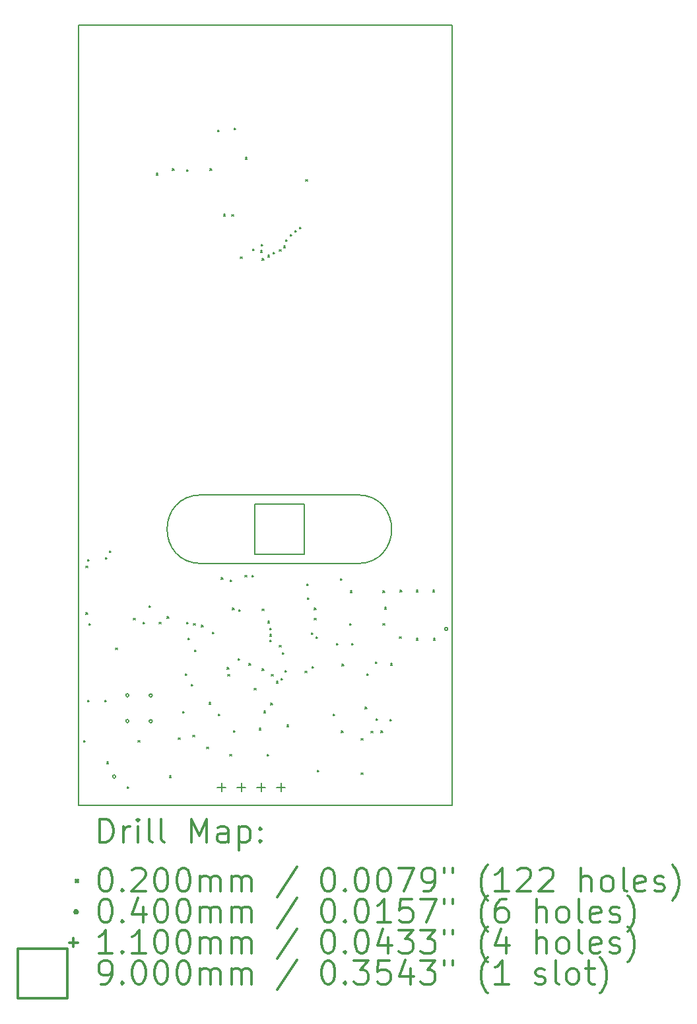
<source format=gbr>
%FSLAX45Y45*%
G04 Gerber Fmt 4.5, Leading zero omitted, Abs format (unit mm)*
G04 Created by KiCad (PCBNEW (5.1.12)-1) date 2022-09-28 13:00:42*
%MOMM*%
%LPD*%
G01*
G04 APERTURE LIST*
%TA.AperFunction,Profile*%
%ADD10C,0.150000*%
%TD*%
%ADD11C,0.200000*%
%ADD12C,0.300000*%
G04 APERTURE END LIST*
D10*
X26400000Y-13640000D02*
X21600000Y-13640000D01*
X26400000Y-3640000D02*
X26400000Y-13640000D01*
X21600000Y-3640000D02*
X26400000Y-3640000D01*
X21600000Y-13640000D02*
X21600000Y-3640000D01*
D11*
X21670000Y-12810000D02*
X21690000Y-12830000D01*
X21690000Y-12810000D02*
X21670000Y-12830000D01*
X21700000Y-10570000D02*
X21720000Y-10590000D01*
X21720000Y-10570000D02*
X21700000Y-10590000D01*
X21700000Y-11170000D02*
X21720000Y-11190000D01*
X21720000Y-11170000D02*
X21700000Y-11190000D01*
X21720000Y-10490000D02*
X21740000Y-10510000D01*
X21740000Y-10490000D02*
X21720000Y-10510000D01*
X21720000Y-12290000D02*
X21740000Y-12310000D01*
X21740000Y-12290000D02*
X21720000Y-12310000D01*
X21737500Y-11307500D02*
X21757500Y-11327500D01*
X21757500Y-11307500D02*
X21737500Y-11327500D01*
X21940000Y-12290000D02*
X21960000Y-12310000D01*
X21960000Y-12290000D02*
X21940000Y-12310000D01*
X21950000Y-10460000D02*
X21970000Y-10480000D01*
X21970000Y-10460000D02*
X21950000Y-10480000D01*
X21967500Y-13082500D02*
X21987500Y-13102500D01*
X21987500Y-13082500D02*
X21967500Y-13102500D01*
X22000000Y-10380000D02*
X22020000Y-10400000D01*
X22020000Y-10380000D02*
X22000000Y-10400000D01*
X22080000Y-11620000D02*
X22100000Y-11640000D01*
X22100000Y-11620000D02*
X22080000Y-11640000D01*
X22230000Y-13400000D02*
X22250000Y-13420000D01*
X22250000Y-13400000D02*
X22230000Y-13420000D01*
X22310000Y-11240000D02*
X22330000Y-11260000D01*
X22330000Y-11240000D02*
X22310000Y-11260000D01*
X22370000Y-12810000D02*
X22390000Y-12830000D01*
X22390000Y-12810000D02*
X22370000Y-12830000D01*
X22430000Y-11290000D02*
X22450000Y-11310000D01*
X22450000Y-11290000D02*
X22430000Y-11310000D01*
X22510000Y-11080000D02*
X22530000Y-11100000D01*
X22530000Y-11080000D02*
X22510000Y-11100000D01*
X22600000Y-5540000D02*
X22620000Y-5560000D01*
X22620000Y-5540000D02*
X22600000Y-5560000D01*
X22640000Y-11290000D02*
X22660000Y-11310000D01*
X22660000Y-11290000D02*
X22640000Y-11310000D01*
X22740000Y-11220000D02*
X22760000Y-11240000D01*
X22760000Y-11220000D02*
X22740000Y-11240000D01*
X22770000Y-13260000D02*
X22790000Y-13280000D01*
X22790000Y-13260000D02*
X22770000Y-13280000D01*
X22810000Y-5480000D02*
X22830000Y-5500000D01*
X22830000Y-5480000D02*
X22810000Y-5500000D01*
X22885000Y-12775000D02*
X22905000Y-12795000D01*
X22905000Y-12775000D02*
X22885000Y-12795000D01*
X22940000Y-12434350D02*
X22960000Y-12454350D01*
X22960000Y-12434350D02*
X22940000Y-12454350D01*
X22975000Y-11955000D02*
X22995000Y-11975000D01*
X22995000Y-11955000D02*
X22975000Y-11975000D01*
X22990000Y-5490000D02*
X23010000Y-5510000D01*
X23010000Y-5490000D02*
X22990000Y-5510000D01*
X22990000Y-11290000D02*
X23010000Y-11310000D01*
X23010000Y-11290000D02*
X22990000Y-11310000D01*
X23010000Y-11497499D02*
X23030000Y-11517499D01*
X23030000Y-11497499D02*
X23010000Y-11517499D01*
X23050000Y-12090000D02*
X23070000Y-12110000D01*
X23070000Y-12090000D02*
X23050000Y-12110000D01*
X23070000Y-12740000D02*
X23090000Y-12760000D01*
X23090000Y-12740000D02*
X23070000Y-12760000D01*
X23080000Y-11310000D02*
X23100000Y-11330000D01*
X23100000Y-11310000D02*
X23080000Y-11330000D01*
X23090000Y-11650000D02*
X23110000Y-11670000D01*
X23110000Y-11650000D02*
X23090000Y-11670000D01*
X23180000Y-11330000D02*
X23200000Y-11350000D01*
X23200000Y-11330000D02*
X23180000Y-11350000D01*
X23250000Y-12890000D02*
X23270000Y-12910000D01*
X23270000Y-12890000D02*
X23250000Y-12910000D01*
X23280000Y-12320000D02*
X23300000Y-12340000D01*
X23300000Y-12320000D02*
X23280000Y-12340000D01*
X23290000Y-5480000D02*
X23310000Y-5500000D01*
X23310000Y-5480000D02*
X23290000Y-5500000D01*
X23320000Y-11420000D02*
X23340000Y-11440000D01*
X23340000Y-11420000D02*
X23320000Y-11440000D01*
X23386500Y-4986500D02*
X23406500Y-5006500D01*
X23406500Y-4986500D02*
X23386500Y-5006500D01*
X23400000Y-12470000D02*
X23420000Y-12490000D01*
X23420000Y-12470000D02*
X23400000Y-12490000D01*
X23435650Y-10720000D02*
X23455650Y-10740000D01*
X23455650Y-10720000D02*
X23435650Y-10740000D01*
X23465000Y-6065000D02*
X23485000Y-6085000D01*
X23485000Y-6065000D02*
X23465000Y-6085000D01*
X23511655Y-11871655D02*
X23531655Y-11891655D01*
X23531655Y-11871655D02*
X23511655Y-11891655D01*
X23520000Y-11960000D02*
X23540000Y-11980000D01*
X23540000Y-11960000D02*
X23520000Y-11980000D01*
X23545000Y-12985000D02*
X23565000Y-13005000D01*
X23565000Y-12985000D02*
X23545000Y-13005000D01*
X23550000Y-10750000D02*
X23570000Y-10770000D01*
X23570000Y-10750000D02*
X23550000Y-10770000D01*
X23570000Y-6069999D02*
X23590000Y-6089999D01*
X23590000Y-6069999D02*
X23570000Y-6089999D01*
X23580000Y-11110000D02*
X23600000Y-11130000D01*
X23600000Y-11110000D02*
X23580000Y-11130000D01*
X23590000Y-12680000D02*
X23610000Y-12700000D01*
X23610000Y-12680000D02*
X23590000Y-12700000D01*
X23600000Y-4960000D02*
X23620000Y-4980000D01*
X23620000Y-4960000D02*
X23600000Y-4980000D01*
X23650000Y-11760000D02*
X23670000Y-11780000D01*
X23670000Y-11760000D02*
X23650000Y-11780000D01*
X23660000Y-11130000D02*
X23680000Y-11150000D01*
X23680000Y-11130000D02*
X23660000Y-11150000D01*
X23680000Y-6610000D02*
X23700000Y-6630000D01*
X23700000Y-6610000D02*
X23680000Y-6630000D01*
X23740000Y-10690000D02*
X23760000Y-10710000D01*
X23760000Y-10690000D02*
X23740000Y-10710000D01*
X23745000Y-5335000D02*
X23765000Y-5355000D01*
X23765000Y-5335000D02*
X23745000Y-5355000D01*
X23790000Y-11820000D02*
X23810000Y-11840000D01*
X23810000Y-11820000D02*
X23790000Y-11840000D01*
X23830000Y-10690000D02*
X23850000Y-10710000D01*
X23850000Y-10690000D02*
X23830000Y-10710000D01*
X23840000Y-6510000D02*
X23860000Y-6530000D01*
X23860000Y-6510000D02*
X23840000Y-6530000D01*
X23860000Y-12140000D02*
X23880000Y-12160000D01*
X23880000Y-12140000D02*
X23860000Y-12160000D01*
X23920000Y-12650000D02*
X23940000Y-12670000D01*
X23940000Y-12650000D02*
X23920000Y-12670000D01*
X23940000Y-6530000D02*
X23960000Y-6550000D01*
X23960000Y-6530000D02*
X23940000Y-6550000D01*
X23950000Y-6450000D02*
X23970000Y-6470000D01*
X23970000Y-6450000D02*
X23950000Y-6470000D01*
X23960000Y-11120000D02*
X23980000Y-11140000D01*
X23980000Y-11120000D02*
X23960000Y-11140000D01*
X23960000Y-11890000D02*
X23980000Y-11910000D01*
X23980000Y-11890000D02*
X23960000Y-11910000D01*
X23960001Y-6630000D02*
X23980001Y-6650000D01*
X23980001Y-6630000D02*
X23960001Y-6650000D01*
X23980000Y-12430000D02*
X24000000Y-12450000D01*
X24000000Y-12430000D02*
X23980000Y-12450000D01*
X24025000Y-12985000D02*
X24045000Y-13005000D01*
X24045000Y-12985000D02*
X24025000Y-13005000D01*
X24030000Y-6590000D02*
X24050000Y-6610000D01*
X24050000Y-6590000D02*
X24030000Y-6610000D01*
X24030000Y-11280000D02*
X24050000Y-11300000D01*
X24050000Y-11280000D02*
X24030000Y-11300000D01*
X24060000Y-11370000D02*
X24080000Y-11390000D01*
X24080000Y-11370000D02*
X24060000Y-11390000D01*
X24060000Y-11450000D02*
X24080000Y-11470000D01*
X24080000Y-11450000D02*
X24060000Y-11470000D01*
X24060000Y-11520000D02*
X24080000Y-11540000D01*
X24080000Y-11520000D02*
X24060000Y-11540000D01*
X24070000Y-12330000D02*
X24090000Y-12350000D01*
X24090000Y-12330000D02*
X24070000Y-12350000D01*
X24080000Y-11960000D02*
X24100000Y-11980000D01*
X24100000Y-11960000D02*
X24080000Y-11980000D01*
X24100000Y-6550000D02*
X24120000Y-6570000D01*
X24120000Y-6550000D02*
X24100000Y-6570000D01*
X24140000Y-12050000D02*
X24160000Y-12070000D01*
X24160000Y-12050000D02*
X24140000Y-12070000D01*
X24180000Y-11590000D02*
X24200000Y-11610000D01*
X24200000Y-11590000D02*
X24180000Y-11610000D01*
X24181451Y-6519130D02*
X24201451Y-6539130D01*
X24201451Y-6519130D02*
X24181451Y-6539130D01*
X24200000Y-12010000D02*
X24220000Y-12030000D01*
X24220000Y-12010000D02*
X24200000Y-12030000D01*
X24220000Y-11680000D02*
X24240000Y-11700000D01*
X24240000Y-11680000D02*
X24220000Y-11700000D01*
X24237499Y-6470000D02*
X24257499Y-6490000D01*
X24257499Y-6470000D02*
X24237499Y-6490000D01*
X24252501Y-11910000D02*
X24272501Y-11930000D01*
X24272501Y-11910000D02*
X24252501Y-11930000D01*
X24260000Y-6390000D02*
X24280000Y-6410000D01*
X24280000Y-6390000D02*
X24260000Y-6410000D01*
X24280000Y-12610000D02*
X24300000Y-12630000D01*
X24300000Y-12610000D02*
X24280000Y-12630000D01*
X24320000Y-6320000D02*
X24340000Y-6340000D01*
X24340000Y-6320000D02*
X24320000Y-6340000D01*
X24380000Y-6270000D02*
X24400000Y-6290000D01*
X24400000Y-6270000D02*
X24380000Y-6290000D01*
X24440000Y-6230000D02*
X24460000Y-6250000D01*
X24460000Y-6230000D02*
X24440000Y-6250000D01*
X24510000Y-11920000D02*
X24530000Y-11940000D01*
X24530000Y-11920000D02*
X24510000Y-11940000D01*
X24520000Y-5620000D02*
X24540000Y-5640000D01*
X24540000Y-5620000D02*
X24520000Y-5640000D01*
X24530000Y-10798750D02*
X24550000Y-10818750D01*
X24550000Y-10798750D02*
X24530000Y-10818750D01*
X24538750Y-10981250D02*
X24558750Y-11001250D01*
X24558750Y-10981250D02*
X24538750Y-11001250D01*
X24590000Y-11430000D02*
X24610000Y-11450000D01*
X24610000Y-11430000D02*
X24590000Y-11450000D01*
X24600000Y-11860000D02*
X24620000Y-11880000D01*
X24620000Y-11860000D02*
X24600000Y-11880000D01*
X24630000Y-11110000D02*
X24650000Y-11130000D01*
X24650000Y-11110000D02*
X24630000Y-11130000D01*
X24630000Y-11240000D02*
X24650000Y-11260000D01*
X24650000Y-11240000D02*
X24630000Y-11260000D01*
X24650000Y-11480000D02*
X24670000Y-11500000D01*
X24670000Y-11480000D02*
X24650000Y-11500000D01*
X24670000Y-13190000D02*
X24690000Y-13210000D01*
X24690000Y-13190000D02*
X24670000Y-13210000D01*
X24870000Y-12470000D02*
X24890000Y-12490000D01*
X24890000Y-12470000D02*
X24870000Y-12490000D01*
X24915000Y-11565000D02*
X24935000Y-11585000D01*
X24935000Y-11565000D02*
X24915000Y-11585000D01*
X24965000Y-10735000D02*
X24985000Y-10755000D01*
X24985000Y-10735000D02*
X24965000Y-10755000D01*
X24976000Y-12686000D02*
X24996000Y-12706000D01*
X24996000Y-12686000D02*
X24976000Y-12706000D01*
X24985000Y-11830000D02*
X25005000Y-11850000D01*
X25005000Y-11830000D02*
X24985000Y-11850000D01*
X25080000Y-11310000D02*
X25100000Y-11330000D01*
X25100000Y-11310000D02*
X25080000Y-11330000D01*
X25090000Y-10890000D02*
X25110000Y-10910000D01*
X25110000Y-10890000D02*
X25090000Y-10910000D01*
X25105000Y-11565000D02*
X25125000Y-11585000D01*
X25125000Y-11565000D02*
X25105000Y-11585000D01*
X25230000Y-12780000D02*
X25250000Y-12800000D01*
X25250000Y-12780000D02*
X25230000Y-12800000D01*
X25230000Y-13220000D02*
X25250000Y-13240000D01*
X25250000Y-13220000D02*
X25230000Y-13240000D01*
X25280000Y-12380000D02*
X25300000Y-12400000D01*
X25300000Y-12380000D02*
X25280000Y-12400000D01*
X25300000Y-11950000D02*
X25320000Y-11970000D01*
X25320000Y-11950000D02*
X25300000Y-11970000D01*
X25357000Y-12687000D02*
X25377000Y-12707000D01*
X25377000Y-12687000D02*
X25357000Y-12707000D01*
X25415000Y-11800000D02*
X25435000Y-11820000D01*
X25435000Y-11800000D02*
X25415000Y-11820000D01*
X25418750Y-12528750D02*
X25438750Y-12548750D01*
X25438750Y-12528750D02*
X25418750Y-12548750D01*
X25484000Y-12684000D02*
X25504000Y-12704000D01*
X25504000Y-12684000D02*
X25484000Y-12704000D01*
X25510000Y-10890000D02*
X25530000Y-10910000D01*
X25530000Y-10890000D02*
X25510000Y-10910000D01*
X25510000Y-11310000D02*
X25530000Y-11330000D01*
X25530000Y-11310000D02*
X25510000Y-11330000D01*
X25530000Y-11100000D02*
X25550000Y-11120000D01*
X25550000Y-11100000D02*
X25530000Y-11120000D01*
X25601250Y-12538750D02*
X25621250Y-12558750D01*
X25621250Y-12538750D02*
X25601250Y-12558750D01*
X25605000Y-11820000D02*
X25625000Y-11840000D01*
X25625000Y-11820000D02*
X25605000Y-11840000D01*
X25720000Y-11480000D02*
X25740000Y-11500000D01*
X25740000Y-11480000D02*
X25720000Y-11500000D01*
X25730000Y-10880000D02*
X25750000Y-10900000D01*
X25750000Y-10880000D02*
X25730000Y-10900000D01*
X25940000Y-10880000D02*
X25960000Y-10900000D01*
X25960000Y-10880000D02*
X25940000Y-10900000D01*
X25940000Y-11500000D02*
X25960000Y-11520000D01*
X25960000Y-11500000D02*
X25940000Y-11520000D01*
X26150000Y-10880000D02*
X26170000Y-10900000D01*
X26170000Y-10880000D02*
X26150000Y-10900000D01*
X26160000Y-11500000D02*
X26180000Y-11520000D01*
X26180000Y-11500000D02*
X26160000Y-11520000D01*
X22080000Y-13270000D02*
G75*
G03*
X22080000Y-13270000I-20000J0D01*
G01*
X22250000Y-12230000D02*
G75*
G03*
X22250000Y-12230000I-20000J0D01*
G01*
X22250000Y-12560000D02*
G75*
G03*
X22250000Y-12560000I-20000J0D01*
G01*
X22550000Y-12230000D02*
G75*
G03*
X22550000Y-12230000I-20000J0D01*
G01*
X22550000Y-12560000D02*
G75*
G03*
X22550000Y-12560000I-20000J0D01*
G01*
X26340000Y-11380000D02*
G75*
G03*
X26340000Y-11380000I-20000J0D01*
G01*
X23439000Y-13355000D02*
X23439000Y-13465000D01*
X23384000Y-13410000D02*
X23494000Y-13410000D01*
X23693000Y-13355000D02*
X23693000Y-13465000D01*
X23638000Y-13410000D02*
X23748000Y-13410000D01*
X23947000Y-13355000D02*
X23947000Y-13465000D01*
X23892000Y-13410000D02*
X24002000Y-13410000D01*
X24201000Y-13355000D02*
X24201000Y-13465000D01*
X24146000Y-13410000D02*
X24256000Y-13410000D01*
X24498201Y-10418201D02*
X24498201Y-9781799D01*
X23861799Y-9781799D01*
X23861799Y-10418201D01*
X24498201Y-10418201D01*
X23180000Y-10540000D02*
X25180000Y-10540000D01*
X23180000Y-9660000D02*
X25180000Y-9660000D01*
X25180000Y-10540000D02*
G75*
G03*
X25180000Y-9660000I0J440000D01*
G01*
X23180000Y-9660000D02*
G75*
G03*
X23180000Y-10540000I0J-440000D01*
G01*
D12*
X21878928Y-14113214D02*
X21878928Y-13813214D01*
X21950357Y-13813214D01*
X21993214Y-13827500D01*
X22021786Y-13856071D01*
X22036071Y-13884643D01*
X22050357Y-13941786D01*
X22050357Y-13984643D01*
X22036071Y-14041786D01*
X22021786Y-14070357D01*
X21993214Y-14098929D01*
X21950357Y-14113214D01*
X21878928Y-14113214D01*
X22178928Y-14113214D02*
X22178928Y-13913214D01*
X22178928Y-13970357D02*
X22193214Y-13941786D01*
X22207500Y-13927500D01*
X22236071Y-13913214D01*
X22264643Y-13913214D01*
X22364643Y-14113214D02*
X22364643Y-13913214D01*
X22364643Y-13813214D02*
X22350357Y-13827500D01*
X22364643Y-13841786D01*
X22378928Y-13827500D01*
X22364643Y-13813214D01*
X22364643Y-13841786D01*
X22550357Y-14113214D02*
X22521786Y-14098929D01*
X22507500Y-14070357D01*
X22507500Y-13813214D01*
X22707500Y-14113214D02*
X22678928Y-14098929D01*
X22664643Y-14070357D01*
X22664643Y-13813214D01*
X23050357Y-14113214D02*
X23050357Y-13813214D01*
X23150357Y-14027500D01*
X23250357Y-13813214D01*
X23250357Y-14113214D01*
X23521786Y-14113214D02*
X23521786Y-13956071D01*
X23507500Y-13927500D01*
X23478928Y-13913214D01*
X23421786Y-13913214D01*
X23393214Y-13927500D01*
X23521786Y-14098929D02*
X23493214Y-14113214D01*
X23421786Y-14113214D01*
X23393214Y-14098929D01*
X23378928Y-14070357D01*
X23378928Y-14041786D01*
X23393214Y-14013214D01*
X23421786Y-13998929D01*
X23493214Y-13998929D01*
X23521786Y-13984643D01*
X23664643Y-13913214D02*
X23664643Y-14213214D01*
X23664643Y-13927500D02*
X23693214Y-13913214D01*
X23750357Y-13913214D01*
X23778928Y-13927500D01*
X23793214Y-13941786D01*
X23807500Y-13970357D01*
X23807500Y-14056071D01*
X23793214Y-14084643D01*
X23778928Y-14098929D01*
X23750357Y-14113214D01*
X23693214Y-14113214D01*
X23664643Y-14098929D01*
X23936071Y-14084643D02*
X23950357Y-14098929D01*
X23936071Y-14113214D01*
X23921786Y-14098929D01*
X23936071Y-14084643D01*
X23936071Y-14113214D01*
X23936071Y-13927500D02*
X23950357Y-13941786D01*
X23936071Y-13956071D01*
X23921786Y-13941786D01*
X23936071Y-13927500D01*
X23936071Y-13956071D01*
X21572500Y-14597500D02*
X21592500Y-14617500D01*
X21592500Y-14597500D02*
X21572500Y-14617500D01*
X21936071Y-14443214D02*
X21964643Y-14443214D01*
X21993214Y-14457500D01*
X22007500Y-14471786D01*
X22021786Y-14500357D01*
X22036071Y-14557500D01*
X22036071Y-14628929D01*
X22021786Y-14686071D01*
X22007500Y-14714643D01*
X21993214Y-14728929D01*
X21964643Y-14743214D01*
X21936071Y-14743214D01*
X21907500Y-14728929D01*
X21893214Y-14714643D01*
X21878928Y-14686071D01*
X21864643Y-14628929D01*
X21864643Y-14557500D01*
X21878928Y-14500357D01*
X21893214Y-14471786D01*
X21907500Y-14457500D01*
X21936071Y-14443214D01*
X22164643Y-14714643D02*
X22178928Y-14728929D01*
X22164643Y-14743214D01*
X22150357Y-14728929D01*
X22164643Y-14714643D01*
X22164643Y-14743214D01*
X22293214Y-14471786D02*
X22307500Y-14457500D01*
X22336071Y-14443214D01*
X22407500Y-14443214D01*
X22436071Y-14457500D01*
X22450357Y-14471786D01*
X22464643Y-14500357D01*
X22464643Y-14528929D01*
X22450357Y-14571786D01*
X22278928Y-14743214D01*
X22464643Y-14743214D01*
X22650357Y-14443214D02*
X22678928Y-14443214D01*
X22707500Y-14457500D01*
X22721786Y-14471786D01*
X22736071Y-14500357D01*
X22750357Y-14557500D01*
X22750357Y-14628929D01*
X22736071Y-14686071D01*
X22721786Y-14714643D01*
X22707500Y-14728929D01*
X22678928Y-14743214D01*
X22650357Y-14743214D01*
X22621786Y-14728929D01*
X22607500Y-14714643D01*
X22593214Y-14686071D01*
X22578928Y-14628929D01*
X22578928Y-14557500D01*
X22593214Y-14500357D01*
X22607500Y-14471786D01*
X22621786Y-14457500D01*
X22650357Y-14443214D01*
X22936071Y-14443214D02*
X22964643Y-14443214D01*
X22993214Y-14457500D01*
X23007500Y-14471786D01*
X23021786Y-14500357D01*
X23036071Y-14557500D01*
X23036071Y-14628929D01*
X23021786Y-14686071D01*
X23007500Y-14714643D01*
X22993214Y-14728929D01*
X22964643Y-14743214D01*
X22936071Y-14743214D01*
X22907500Y-14728929D01*
X22893214Y-14714643D01*
X22878928Y-14686071D01*
X22864643Y-14628929D01*
X22864643Y-14557500D01*
X22878928Y-14500357D01*
X22893214Y-14471786D01*
X22907500Y-14457500D01*
X22936071Y-14443214D01*
X23164643Y-14743214D02*
X23164643Y-14543214D01*
X23164643Y-14571786D02*
X23178928Y-14557500D01*
X23207500Y-14543214D01*
X23250357Y-14543214D01*
X23278928Y-14557500D01*
X23293214Y-14586071D01*
X23293214Y-14743214D01*
X23293214Y-14586071D02*
X23307500Y-14557500D01*
X23336071Y-14543214D01*
X23378928Y-14543214D01*
X23407500Y-14557500D01*
X23421786Y-14586071D01*
X23421786Y-14743214D01*
X23564643Y-14743214D02*
X23564643Y-14543214D01*
X23564643Y-14571786D02*
X23578928Y-14557500D01*
X23607500Y-14543214D01*
X23650357Y-14543214D01*
X23678928Y-14557500D01*
X23693214Y-14586071D01*
X23693214Y-14743214D01*
X23693214Y-14586071D02*
X23707500Y-14557500D01*
X23736071Y-14543214D01*
X23778928Y-14543214D01*
X23807500Y-14557500D01*
X23821786Y-14586071D01*
X23821786Y-14743214D01*
X24407500Y-14428929D02*
X24150357Y-14814643D01*
X24793214Y-14443214D02*
X24821786Y-14443214D01*
X24850357Y-14457500D01*
X24864643Y-14471786D01*
X24878928Y-14500357D01*
X24893214Y-14557500D01*
X24893214Y-14628929D01*
X24878928Y-14686071D01*
X24864643Y-14714643D01*
X24850357Y-14728929D01*
X24821786Y-14743214D01*
X24793214Y-14743214D01*
X24764643Y-14728929D01*
X24750357Y-14714643D01*
X24736071Y-14686071D01*
X24721786Y-14628929D01*
X24721786Y-14557500D01*
X24736071Y-14500357D01*
X24750357Y-14471786D01*
X24764643Y-14457500D01*
X24793214Y-14443214D01*
X25021786Y-14714643D02*
X25036071Y-14728929D01*
X25021786Y-14743214D01*
X25007500Y-14728929D01*
X25021786Y-14714643D01*
X25021786Y-14743214D01*
X25221786Y-14443214D02*
X25250357Y-14443214D01*
X25278928Y-14457500D01*
X25293214Y-14471786D01*
X25307500Y-14500357D01*
X25321786Y-14557500D01*
X25321786Y-14628929D01*
X25307500Y-14686071D01*
X25293214Y-14714643D01*
X25278928Y-14728929D01*
X25250357Y-14743214D01*
X25221786Y-14743214D01*
X25193214Y-14728929D01*
X25178928Y-14714643D01*
X25164643Y-14686071D01*
X25150357Y-14628929D01*
X25150357Y-14557500D01*
X25164643Y-14500357D01*
X25178928Y-14471786D01*
X25193214Y-14457500D01*
X25221786Y-14443214D01*
X25507500Y-14443214D02*
X25536071Y-14443214D01*
X25564643Y-14457500D01*
X25578928Y-14471786D01*
X25593214Y-14500357D01*
X25607500Y-14557500D01*
X25607500Y-14628929D01*
X25593214Y-14686071D01*
X25578928Y-14714643D01*
X25564643Y-14728929D01*
X25536071Y-14743214D01*
X25507500Y-14743214D01*
X25478928Y-14728929D01*
X25464643Y-14714643D01*
X25450357Y-14686071D01*
X25436071Y-14628929D01*
X25436071Y-14557500D01*
X25450357Y-14500357D01*
X25464643Y-14471786D01*
X25478928Y-14457500D01*
X25507500Y-14443214D01*
X25707500Y-14443214D02*
X25907500Y-14443214D01*
X25778928Y-14743214D01*
X26036071Y-14743214D02*
X26093214Y-14743214D01*
X26121786Y-14728929D01*
X26136071Y-14714643D01*
X26164643Y-14671786D01*
X26178928Y-14614643D01*
X26178928Y-14500357D01*
X26164643Y-14471786D01*
X26150357Y-14457500D01*
X26121786Y-14443214D01*
X26064643Y-14443214D01*
X26036071Y-14457500D01*
X26021786Y-14471786D01*
X26007500Y-14500357D01*
X26007500Y-14571786D01*
X26021786Y-14600357D01*
X26036071Y-14614643D01*
X26064643Y-14628929D01*
X26121786Y-14628929D01*
X26150357Y-14614643D01*
X26164643Y-14600357D01*
X26178928Y-14571786D01*
X26293214Y-14443214D02*
X26293214Y-14500357D01*
X26407500Y-14443214D02*
X26407500Y-14500357D01*
X26850357Y-14857500D02*
X26836071Y-14843214D01*
X26807500Y-14800357D01*
X26793214Y-14771786D01*
X26778928Y-14728929D01*
X26764643Y-14657500D01*
X26764643Y-14600357D01*
X26778928Y-14528929D01*
X26793214Y-14486071D01*
X26807500Y-14457500D01*
X26836071Y-14414643D01*
X26850357Y-14400357D01*
X27121786Y-14743214D02*
X26950357Y-14743214D01*
X27036071Y-14743214D02*
X27036071Y-14443214D01*
X27007500Y-14486071D01*
X26978928Y-14514643D01*
X26950357Y-14528929D01*
X27236071Y-14471786D02*
X27250357Y-14457500D01*
X27278928Y-14443214D01*
X27350357Y-14443214D01*
X27378928Y-14457500D01*
X27393214Y-14471786D01*
X27407500Y-14500357D01*
X27407500Y-14528929D01*
X27393214Y-14571786D01*
X27221786Y-14743214D01*
X27407500Y-14743214D01*
X27521786Y-14471786D02*
X27536071Y-14457500D01*
X27564643Y-14443214D01*
X27636071Y-14443214D01*
X27664643Y-14457500D01*
X27678928Y-14471786D01*
X27693214Y-14500357D01*
X27693214Y-14528929D01*
X27678928Y-14571786D01*
X27507500Y-14743214D01*
X27693214Y-14743214D01*
X28050357Y-14743214D02*
X28050357Y-14443214D01*
X28178928Y-14743214D02*
X28178928Y-14586071D01*
X28164643Y-14557500D01*
X28136071Y-14543214D01*
X28093214Y-14543214D01*
X28064643Y-14557500D01*
X28050357Y-14571786D01*
X28364643Y-14743214D02*
X28336071Y-14728929D01*
X28321786Y-14714643D01*
X28307500Y-14686071D01*
X28307500Y-14600357D01*
X28321786Y-14571786D01*
X28336071Y-14557500D01*
X28364643Y-14543214D01*
X28407500Y-14543214D01*
X28436071Y-14557500D01*
X28450357Y-14571786D01*
X28464643Y-14600357D01*
X28464643Y-14686071D01*
X28450357Y-14714643D01*
X28436071Y-14728929D01*
X28407500Y-14743214D01*
X28364643Y-14743214D01*
X28636071Y-14743214D02*
X28607500Y-14728929D01*
X28593214Y-14700357D01*
X28593214Y-14443214D01*
X28864643Y-14728929D02*
X28836071Y-14743214D01*
X28778928Y-14743214D01*
X28750357Y-14728929D01*
X28736071Y-14700357D01*
X28736071Y-14586071D01*
X28750357Y-14557500D01*
X28778928Y-14543214D01*
X28836071Y-14543214D01*
X28864643Y-14557500D01*
X28878928Y-14586071D01*
X28878928Y-14614643D01*
X28736071Y-14643214D01*
X28993214Y-14728929D02*
X29021786Y-14743214D01*
X29078928Y-14743214D01*
X29107500Y-14728929D01*
X29121786Y-14700357D01*
X29121786Y-14686071D01*
X29107500Y-14657500D01*
X29078928Y-14643214D01*
X29036071Y-14643214D01*
X29007500Y-14628929D01*
X28993214Y-14600357D01*
X28993214Y-14586071D01*
X29007500Y-14557500D01*
X29036071Y-14543214D01*
X29078928Y-14543214D01*
X29107500Y-14557500D01*
X29221786Y-14857500D02*
X29236071Y-14843214D01*
X29264643Y-14800357D01*
X29278928Y-14771786D01*
X29293214Y-14728929D01*
X29307500Y-14657500D01*
X29307500Y-14600357D01*
X29293214Y-14528929D01*
X29278928Y-14486071D01*
X29264643Y-14457500D01*
X29236071Y-14414643D01*
X29221786Y-14400357D01*
X21592500Y-15003500D02*
G75*
G03*
X21592500Y-15003500I-20000J0D01*
G01*
X21936071Y-14839214D02*
X21964643Y-14839214D01*
X21993214Y-14853500D01*
X22007500Y-14867786D01*
X22021786Y-14896357D01*
X22036071Y-14953500D01*
X22036071Y-15024929D01*
X22021786Y-15082071D01*
X22007500Y-15110643D01*
X21993214Y-15124929D01*
X21964643Y-15139214D01*
X21936071Y-15139214D01*
X21907500Y-15124929D01*
X21893214Y-15110643D01*
X21878928Y-15082071D01*
X21864643Y-15024929D01*
X21864643Y-14953500D01*
X21878928Y-14896357D01*
X21893214Y-14867786D01*
X21907500Y-14853500D01*
X21936071Y-14839214D01*
X22164643Y-15110643D02*
X22178928Y-15124929D01*
X22164643Y-15139214D01*
X22150357Y-15124929D01*
X22164643Y-15110643D01*
X22164643Y-15139214D01*
X22436071Y-14939214D02*
X22436071Y-15139214D01*
X22364643Y-14824929D02*
X22293214Y-15039214D01*
X22478928Y-15039214D01*
X22650357Y-14839214D02*
X22678928Y-14839214D01*
X22707500Y-14853500D01*
X22721786Y-14867786D01*
X22736071Y-14896357D01*
X22750357Y-14953500D01*
X22750357Y-15024929D01*
X22736071Y-15082071D01*
X22721786Y-15110643D01*
X22707500Y-15124929D01*
X22678928Y-15139214D01*
X22650357Y-15139214D01*
X22621786Y-15124929D01*
X22607500Y-15110643D01*
X22593214Y-15082071D01*
X22578928Y-15024929D01*
X22578928Y-14953500D01*
X22593214Y-14896357D01*
X22607500Y-14867786D01*
X22621786Y-14853500D01*
X22650357Y-14839214D01*
X22936071Y-14839214D02*
X22964643Y-14839214D01*
X22993214Y-14853500D01*
X23007500Y-14867786D01*
X23021786Y-14896357D01*
X23036071Y-14953500D01*
X23036071Y-15024929D01*
X23021786Y-15082071D01*
X23007500Y-15110643D01*
X22993214Y-15124929D01*
X22964643Y-15139214D01*
X22936071Y-15139214D01*
X22907500Y-15124929D01*
X22893214Y-15110643D01*
X22878928Y-15082071D01*
X22864643Y-15024929D01*
X22864643Y-14953500D01*
X22878928Y-14896357D01*
X22893214Y-14867786D01*
X22907500Y-14853500D01*
X22936071Y-14839214D01*
X23164643Y-15139214D02*
X23164643Y-14939214D01*
X23164643Y-14967786D02*
X23178928Y-14953500D01*
X23207500Y-14939214D01*
X23250357Y-14939214D01*
X23278928Y-14953500D01*
X23293214Y-14982071D01*
X23293214Y-15139214D01*
X23293214Y-14982071D02*
X23307500Y-14953500D01*
X23336071Y-14939214D01*
X23378928Y-14939214D01*
X23407500Y-14953500D01*
X23421786Y-14982071D01*
X23421786Y-15139214D01*
X23564643Y-15139214D02*
X23564643Y-14939214D01*
X23564643Y-14967786D02*
X23578928Y-14953500D01*
X23607500Y-14939214D01*
X23650357Y-14939214D01*
X23678928Y-14953500D01*
X23693214Y-14982071D01*
X23693214Y-15139214D01*
X23693214Y-14982071D02*
X23707500Y-14953500D01*
X23736071Y-14939214D01*
X23778928Y-14939214D01*
X23807500Y-14953500D01*
X23821786Y-14982071D01*
X23821786Y-15139214D01*
X24407500Y-14824929D02*
X24150357Y-15210643D01*
X24793214Y-14839214D02*
X24821786Y-14839214D01*
X24850357Y-14853500D01*
X24864643Y-14867786D01*
X24878928Y-14896357D01*
X24893214Y-14953500D01*
X24893214Y-15024929D01*
X24878928Y-15082071D01*
X24864643Y-15110643D01*
X24850357Y-15124929D01*
X24821786Y-15139214D01*
X24793214Y-15139214D01*
X24764643Y-15124929D01*
X24750357Y-15110643D01*
X24736071Y-15082071D01*
X24721786Y-15024929D01*
X24721786Y-14953500D01*
X24736071Y-14896357D01*
X24750357Y-14867786D01*
X24764643Y-14853500D01*
X24793214Y-14839214D01*
X25021786Y-15110643D02*
X25036071Y-15124929D01*
X25021786Y-15139214D01*
X25007500Y-15124929D01*
X25021786Y-15110643D01*
X25021786Y-15139214D01*
X25221786Y-14839214D02*
X25250357Y-14839214D01*
X25278928Y-14853500D01*
X25293214Y-14867786D01*
X25307500Y-14896357D01*
X25321786Y-14953500D01*
X25321786Y-15024929D01*
X25307500Y-15082071D01*
X25293214Y-15110643D01*
X25278928Y-15124929D01*
X25250357Y-15139214D01*
X25221786Y-15139214D01*
X25193214Y-15124929D01*
X25178928Y-15110643D01*
X25164643Y-15082071D01*
X25150357Y-15024929D01*
X25150357Y-14953500D01*
X25164643Y-14896357D01*
X25178928Y-14867786D01*
X25193214Y-14853500D01*
X25221786Y-14839214D01*
X25607500Y-15139214D02*
X25436071Y-15139214D01*
X25521786Y-15139214D02*
X25521786Y-14839214D01*
X25493214Y-14882071D01*
X25464643Y-14910643D01*
X25436071Y-14924929D01*
X25878928Y-14839214D02*
X25736071Y-14839214D01*
X25721786Y-14982071D01*
X25736071Y-14967786D01*
X25764643Y-14953500D01*
X25836071Y-14953500D01*
X25864643Y-14967786D01*
X25878928Y-14982071D01*
X25893214Y-15010643D01*
X25893214Y-15082071D01*
X25878928Y-15110643D01*
X25864643Y-15124929D01*
X25836071Y-15139214D01*
X25764643Y-15139214D01*
X25736071Y-15124929D01*
X25721786Y-15110643D01*
X25993214Y-14839214D02*
X26193214Y-14839214D01*
X26064643Y-15139214D01*
X26293214Y-14839214D02*
X26293214Y-14896357D01*
X26407500Y-14839214D02*
X26407500Y-14896357D01*
X26850357Y-15253500D02*
X26836071Y-15239214D01*
X26807500Y-15196357D01*
X26793214Y-15167786D01*
X26778928Y-15124929D01*
X26764643Y-15053500D01*
X26764643Y-14996357D01*
X26778928Y-14924929D01*
X26793214Y-14882071D01*
X26807500Y-14853500D01*
X26836071Y-14810643D01*
X26850357Y-14796357D01*
X27093214Y-14839214D02*
X27036071Y-14839214D01*
X27007500Y-14853500D01*
X26993214Y-14867786D01*
X26964643Y-14910643D01*
X26950357Y-14967786D01*
X26950357Y-15082071D01*
X26964643Y-15110643D01*
X26978928Y-15124929D01*
X27007500Y-15139214D01*
X27064643Y-15139214D01*
X27093214Y-15124929D01*
X27107500Y-15110643D01*
X27121786Y-15082071D01*
X27121786Y-15010643D01*
X27107500Y-14982071D01*
X27093214Y-14967786D01*
X27064643Y-14953500D01*
X27007500Y-14953500D01*
X26978928Y-14967786D01*
X26964643Y-14982071D01*
X26950357Y-15010643D01*
X27478928Y-15139214D02*
X27478928Y-14839214D01*
X27607500Y-15139214D02*
X27607500Y-14982071D01*
X27593214Y-14953500D01*
X27564643Y-14939214D01*
X27521786Y-14939214D01*
X27493214Y-14953500D01*
X27478928Y-14967786D01*
X27793214Y-15139214D02*
X27764643Y-15124929D01*
X27750357Y-15110643D01*
X27736071Y-15082071D01*
X27736071Y-14996357D01*
X27750357Y-14967786D01*
X27764643Y-14953500D01*
X27793214Y-14939214D01*
X27836071Y-14939214D01*
X27864643Y-14953500D01*
X27878928Y-14967786D01*
X27893214Y-14996357D01*
X27893214Y-15082071D01*
X27878928Y-15110643D01*
X27864643Y-15124929D01*
X27836071Y-15139214D01*
X27793214Y-15139214D01*
X28064643Y-15139214D02*
X28036071Y-15124929D01*
X28021786Y-15096357D01*
X28021786Y-14839214D01*
X28293214Y-15124929D02*
X28264643Y-15139214D01*
X28207500Y-15139214D01*
X28178928Y-15124929D01*
X28164643Y-15096357D01*
X28164643Y-14982071D01*
X28178928Y-14953500D01*
X28207500Y-14939214D01*
X28264643Y-14939214D01*
X28293214Y-14953500D01*
X28307500Y-14982071D01*
X28307500Y-15010643D01*
X28164643Y-15039214D01*
X28421786Y-15124929D02*
X28450357Y-15139214D01*
X28507500Y-15139214D01*
X28536071Y-15124929D01*
X28550357Y-15096357D01*
X28550357Y-15082071D01*
X28536071Y-15053500D01*
X28507500Y-15039214D01*
X28464643Y-15039214D01*
X28436071Y-15024929D01*
X28421786Y-14996357D01*
X28421786Y-14982071D01*
X28436071Y-14953500D01*
X28464643Y-14939214D01*
X28507500Y-14939214D01*
X28536071Y-14953500D01*
X28650357Y-15253500D02*
X28664643Y-15239214D01*
X28693214Y-15196357D01*
X28707500Y-15167786D01*
X28721786Y-15124929D01*
X28736071Y-15053500D01*
X28736071Y-14996357D01*
X28721786Y-14924929D01*
X28707500Y-14882071D01*
X28693214Y-14853500D01*
X28664643Y-14810643D01*
X28650357Y-14796357D01*
X21537500Y-15344500D02*
X21537500Y-15454500D01*
X21482500Y-15399500D02*
X21592500Y-15399500D01*
X22036071Y-15535214D02*
X21864643Y-15535214D01*
X21950357Y-15535214D02*
X21950357Y-15235214D01*
X21921786Y-15278071D01*
X21893214Y-15306643D01*
X21864643Y-15320929D01*
X22164643Y-15506643D02*
X22178928Y-15520929D01*
X22164643Y-15535214D01*
X22150357Y-15520929D01*
X22164643Y-15506643D01*
X22164643Y-15535214D01*
X22464643Y-15535214D02*
X22293214Y-15535214D01*
X22378928Y-15535214D02*
X22378928Y-15235214D01*
X22350357Y-15278071D01*
X22321786Y-15306643D01*
X22293214Y-15320929D01*
X22650357Y-15235214D02*
X22678928Y-15235214D01*
X22707500Y-15249500D01*
X22721786Y-15263786D01*
X22736071Y-15292357D01*
X22750357Y-15349500D01*
X22750357Y-15420929D01*
X22736071Y-15478071D01*
X22721786Y-15506643D01*
X22707500Y-15520929D01*
X22678928Y-15535214D01*
X22650357Y-15535214D01*
X22621786Y-15520929D01*
X22607500Y-15506643D01*
X22593214Y-15478071D01*
X22578928Y-15420929D01*
X22578928Y-15349500D01*
X22593214Y-15292357D01*
X22607500Y-15263786D01*
X22621786Y-15249500D01*
X22650357Y-15235214D01*
X22936071Y-15235214D02*
X22964643Y-15235214D01*
X22993214Y-15249500D01*
X23007500Y-15263786D01*
X23021786Y-15292357D01*
X23036071Y-15349500D01*
X23036071Y-15420929D01*
X23021786Y-15478071D01*
X23007500Y-15506643D01*
X22993214Y-15520929D01*
X22964643Y-15535214D01*
X22936071Y-15535214D01*
X22907500Y-15520929D01*
X22893214Y-15506643D01*
X22878928Y-15478071D01*
X22864643Y-15420929D01*
X22864643Y-15349500D01*
X22878928Y-15292357D01*
X22893214Y-15263786D01*
X22907500Y-15249500D01*
X22936071Y-15235214D01*
X23164643Y-15535214D02*
X23164643Y-15335214D01*
X23164643Y-15363786D02*
X23178928Y-15349500D01*
X23207500Y-15335214D01*
X23250357Y-15335214D01*
X23278928Y-15349500D01*
X23293214Y-15378071D01*
X23293214Y-15535214D01*
X23293214Y-15378071D02*
X23307500Y-15349500D01*
X23336071Y-15335214D01*
X23378928Y-15335214D01*
X23407500Y-15349500D01*
X23421786Y-15378071D01*
X23421786Y-15535214D01*
X23564643Y-15535214D02*
X23564643Y-15335214D01*
X23564643Y-15363786D02*
X23578928Y-15349500D01*
X23607500Y-15335214D01*
X23650357Y-15335214D01*
X23678928Y-15349500D01*
X23693214Y-15378071D01*
X23693214Y-15535214D01*
X23693214Y-15378071D02*
X23707500Y-15349500D01*
X23736071Y-15335214D01*
X23778928Y-15335214D01*
X23807500Y-15349500D01*
X23821786Y-15378071D01*
X23821786Y-15535214D01*
X24407500Y-15220929D02*
X24150357Y-15606643D01*
X24793214Y-15235214D02*
X24821786Y-15235214D01*
X24850357Y-15249500D01*
X24864643Y-15263786D01*
X24878928Y-15292357D01*
X24893214Y-15349500D01*
X24893214Y-15420929D01*
X24878928Y-15478071D01*
X24864643Y-15506643D01*
X24850357Y-15520929D01*
X24821786Y-15535214D01*
X24793214Y-15535214D01*
X24764643Y-15520929D01*
X24750357Y-15506643D01*
X24736071Y-15478071D01*
X24721786Y-15420929D01*
X24721786Y-15349500D01*
X24736071Y-15292357D01*
X24750357Y-15263786D01*
X24764643Y-15249500D01*
X24793214Y-15235214D01*
X25021786Y-15506643D02*
X25036071Y-15520929D01*
X25021786Y-15535214D01*
X25007500Y-15520929D01*
X25021786Y-15506643D01*
X25021786Y-15535214D01*
X25221786Y-15235214D02*
X25250357Y-15235214D01*
X25278928Y-15249500D01*
X25293214Y-15263786D01*
X25307500Y-15292357D01*
X25321786Y-15349500D01*
X25321786Y-15420929D01*
X25307500Y-15478071D01*
X25293214Y-15506643D01*
X25278928Y-15520929D01*
X25250357Y-15535214D01*
X25221786Y-15535214D01*
X25193214Y-15520929D01*
X25178928Y-15506643D01*
X25164643Y-15478071D01*
X25150357Y-15420929D01*
X25150357Y-15349500D01*
X25164643Y-15292357D01*
X25178928Y-15263786D01*
X25193214Y-15249500D01*
X25221786Y-15235214D01*
X25578928Y-15335214D02*
X25578928Y-15535214D01*
X25507500Y-15220929D02*
X25436071Y-15435214D01*
X25621786Y-15435214D01*
X25707500Y-15235214D02*
X25893214Y-15235214D01*
X25793214Y-15349500D01*
X25836071Y-15349500D01*
X25864643Y-15363786D01*
X25878928Y-15378071D01*
X25893214Y-15406643D01*
X25893214Y-15478071D01*
X25878928Y-15506643D01*
X25864643Y-15520929D01*
X25836071Y-15535214D01*
X25750357Y-15535214D01*
X25721786Y-15520929D01*
X25707500Y-15506643D01*
X25993214Y-15235214D02*
X26178928Y-15235214D01*
X26078928Y-15349500D01*
X26121786Y-15349500D01*
X26150357Y-15363786D01*
X26164643Y-15378071D01*
X26178928Y-15406643D01*
X26178928Y-15478071D01*
X26164643Y-15506643D01*
X26150357Y-15520929D01*
X26121786Y-15535214D01*
X26036071Y-15535214D01*
X26007500Y-15520929D01*
X25993214Y-15506643D01*
X26293214Y-15235214D02*
X26293214Y-15292357D01*
X26407500Y-15235214D02*
X26407500Y-15292357D01*
X26850357Y-15649500D02*
X26836071Y-15635214D01*
X26807500Y-15592357D01*
X26793214Y-15563786D01*
X26778928Y-15520929D01*
X26764643Y-15449500D01*
X26764643Y-15392357D01*
X26778928Y-15320929D01*
X26793214Y-15278071D01*
X26807500Y-15249500D01*
X26836071Y-15206643D01*
X26850357Y-15192357D01*
X27093214Y-15335214D02*
X27093214Y-15535214D01*
X27021786Y-15220929D02*
X26950357Y-15435214D01*
X27136071Y-15435214D01*
X27478928Y-15535214D02*
X27478928Y-15235214D01*
X27607500Y-15535214D02*
X27607500Y-15378071D01*
X27593214Y-15349500D01*
X27564643Y-15335214D01*
X27521786Y-15335214D01*
X27493214Y-15349500D01*
X27478928Y-15363786D01*
X27793214Y-15535214D02*
X27764643Y-15520929D01*
X27750357Y-15506643D01*
X27736071Y-15478071D01*
X27736071Y-15392357D01*
X27750357Y-15363786D01*
X27764643Y-15349500D01*
X27793214Y-15335214D01*
X27836071Y-15335214D01*
X27864643Y-15349500D01*
X27878928Y-15363786D01*
X27893214Y-15392357D01*
X27893214Y-15478071D01*
X27878928Y-15506643D01*
X27864643Y-15520929D01*
X27836071Y-15535214D01*
X27793214Y-15535214D01*
X28064643Y-15535214D02*
X28036071Y-15520929D01*
X28021786Y-15492357D01*
X28021786Y-15235214D01*
X28293214Y-15520929D02*
X28264643Y-15535214D01*
X28207500Y-15535214D01*
X28178928Y-15520929D01*
X28164643Y-15492357D01*
X28164643Y-15378071D01*
X28178928Y-15349500D01*
X28207500Y-15335214D01*
X28264643Y-15335214D01*
X28293214Y-15349500D01*
X28307500Y-15378071D01*
X28307500Y-15406643D01*
X28164643Y-15435214D01*
X28421786Y-15520929D02*
X28450357Y-15535214D01*
X28507500Y-15535214D01*
X28536071Y-15520929D01*
X28550357Y-15492357D01*
X28550357Y-15478071D01*
X28536071Y-15449500D01*
X28507500Y-15435214D01*
X28464643Y-15435214D01*
X28436071Y-15420929D01*
X28421786Y-15392357D01*
X28421786Y-15378071D01*
X28436071Y-15349500D01*
X28464643Y-15335214D01*
X28507500Y-15335214D01*
X28536071Y-15349500D01*
X28650357Y-15649500D02*
X28664643Y-15635214D01*
X28693214Y-15592357D01*
X28707500Y-15563786D01*
X28721786Y-15520929D01*
X28736071Y-15449500D01*
X28736071Y-15392357D01*
X28721786Y-15320929D01*
X28707500Y-15278071D01*
X28693214Y-15249500D01*
X28664643Y-15206643D01*
X28650357Y-15192357D01*
X21460701Y-16113701D02*
X21460701Y-15477299D01*
X20824299Y-15477299D01*
X20824299Y-16113701D01*
X21460701Y-16113701D01*
X21893214Y-15931214D02*
X21950357Y-15931214D01*
X21978928Y-15916929D01*
X21993214Y-15902643D01*
X22021786Y-15859786D01*
X22036071Y-15802643D01*
X22036071Y-15688357D01*
X22021786Y-15659786D01*
X22007500Y-15645500D01*
X21978928Y-15631214D01*
X21921786Y-15631214D01*
X21893214Y-15645500D01*
X21878928Y-15659786D01*
X21864643Y-15688357D01*
X21864643Y-15759786D01*
X21878928Y-15788357D01*
X21893214Y-15802643D01*
X21921786Y-15816929D01*
X21978928Y-15816929D01*
X22007500Y-15802643D01*
X22021786Y-15788357D01*
X22036071Y-15759786D01*
X22164643Y-15902643D02*
X22178928Y-15916929D01*
X22164643Y-15931214D01*
X22150357Y-15916929D01*
X22164643Y-15902643D01*
X22164643Y-15931214D01*
X22364643Y-15631214D02*
X22393214Y-15631214D01*
X22421786Y-15645500D01*
X22436071Y-15659786D01*
X22450357Y-15688357D01*
X22464643Y-15745500D01*
X22464643Y-15816929D01*
X22450357Y-15874071D01*
X22436071Y-15902643D01*
X22421786Y-15916929D01*
X22393214Y-15931214D01*
X22364643Y-15931214D01*
X22336071Y-15916929D01*
X22321786Y-15902643D01*
X22307500Y-15874071D01*
X22293214Y-15816929D01*
X22293214Y-15745500D01*
X22307500Y-15688357D01*
X22321786Y-15659786D01*
X22336071Y-15645500D01*
X22364643Y-15631214D01*
X22650357Y-15631214D02*
X22678928Y-15631214D01*
X22707500Y-15645500D01*
X22721786Y-15659786D01*
X22736071Y-15688357D01*
X22750357Y-15745500D01*
X22750357Y-15816929D01*
X22736071Y-15874071D01*
X22721786Y-15902643D01*
X22707500Y-15916929D01*
X22678928Y-15931214D01*
X22650357Y-15931214D01*
X22621786Y-15916929D01*
X22607500Y-15902643D01*
X22593214Y-15874071D01*
X22578928Y-15816929D01*
X22578928Y-15745500D01*
X22593214Y-15688357D01*
X22607500Y-15659786D01*
X22621786Y-15645500D01*
X22650357Y-15631214D01*
X22936071Y-15631214D02*
X22964643Y-15631214D01*
X22993214Y-15645500D01*
X23007500Y-15659786D01*
X23021786Y-15688357D01*
X23036071Y-15745500D01*
X23036071Y-15816929D01*
X23021786Y-15874071D01*
X23007500Y-15902643D01*
X22993214Y-15916929D01*
X22964643Y-15931214D01*
X22936071Y-15931214D01*
X22907500Y-15916929D01*
X22893214Y-15902643D01*
X22878928Y-15874071D01*
X22864643Y-15816929D01*
X22864643Y-15745500D01*
X22878928Y-15688357D01*
X22893214Y-15659786D01*
X22907500Y-15645500D01*
X22936071Y-15631214D01*
X23164643Y-15931214D02*
X23164643Y-15731214D01*
X23164643Y-15759786D02*
X23178928Y-15745500D01*
X23207500Y-15731214D01*
X23250357Y-15731214D01*
X23278928Y-15745500D01*
X23293214Y-15774071D01*
X23293214Y-15931214D01*
X23293214Y-15774071D02*
X23307500Y-15745500D01*
X23336071Y-15731214D01*
X23378928Y-15731214D01*
X23407500Y-15745500D01*
X23421786Y-15774071D01*
X23421786Y-15931214D01*
X23564643Y-15931214D02*
X23564643Y-15731214D01*
X23564643Y-15759786D02*
X23578928Y-15745500D01*
X23607500Y-15731214D01*
X23650357Y-15731214D01*
X23678928Y-15745500D01*
X23693214Y-15774071D01*
X23693214Y-15931214D01*
X23693214Y-15774071D02*
X23707500Y-15745500D01*
X23736071Y-15731214D01*
X23778928Y-15731214D01*
X23807500Y-15745500D01*
X23821786Y-15774071D01*
X23821786Y-15931214D01*
X24407500Y-15616929D02*
X24150357Y-16002643D01*
X24793214Y-15631214D02*
X24821786Y-15631214D01*
X24850357Y-15645500D01*
X24864643Y-15659786D01*
X24878928Y-15688357D01*
X24893214Y-15745500D01*
X24893214Y-15816929D01*
X24878928Y-15874071D01*
X24864643Y-15902643D01*
X24850357Y-15916929D01*
X24821786Y-15931214D01*
X24793214Y-15931214D01*
X24764643Y-15916929D01*
X24750357Y-15902643D01*
X24736071Y-15874071D01*
X24721786Y-15816929D01*
X24721786Y-15745500D01*
X24736071Y-15688357D01*
X24750357Y-15659786D01*
X24764643Y-15645500D01*
X24793214Y-15631214D01*
X25021786Y-15902643D02*
X25036071Y-15916929D01*
X25021786Y-15931214D01*
X25007500Y-15916929D01*
X25021786Y-15902643D01*
X25021786Y-15931214D01*
X25136071Y-15631214D02*
X25321786Y-15631214D01*
X25221786Y-15745500D01*
X25264643Y-15745500D01*
X25293214Y-15759786D01*
X25307500Y-15774071D01*
X25321786Y-15802643D01*
X25321786Y-15874071D01*
X25307500Y-15902643D01*
X25293214Y-15916929D01*
X25264643Y-15931214D01*
X25178928Y-15931214D01*
X25150357Y-15916929D01*
X25136071Y-15902643D01*
X25593214Y-15631214D02*
X25450357Y-15631214D01*
X25436071Y-15774071D01*
X25450357Y-15759786D01*
X25478928Y-15745500D01*
X25550357Y-15745500D01*
X25578928Y-15759786D01*
X25593214Y-15774071D01*
X25607500Y-15802643D01*
X25607500Y-15874071D01*
X25593214Y-15902643D01*
X25578928Y-15916929D01*
X25550357Y-15931214D01*
X25478928Y-15931214D01*
X25450357Y-15916929D01*
X25436071Y-15902643D01*
X25864643Y-15731214D02*
X25864643Y-15931214D01*
X25793214Y-15616929D02*
X25721786Y-15831214D01*
X25907500Y-15831214D01*
X25993214Y-15631214D02*
X26178928Y-15631214D01*
X26078928Y-15745500D01*
X26121786Y-15745500D01*
X26150357Y-15759786D01*
X26164643Y-15774071D01*
X26178928Y-15802643D01*
X26178928Y-15874071D01*
X26164643Y-15902643D01*
X26150357Y-15916929D01*
X26121786Y-15931214D01*
X26036071Y-15931214D01*
X26007500Y-15916929D01*
X25993214Y-15902643D01*
X26293214Y-15631214D02*
X26293214Y-15688357D01*
X26407500Y-15631214D02*
X26407500Y-15688357D01*
X26850357Y-16045500D02*
X26836071Y-16031214D01*
X26807500Y-15988357D01*
X26793214Y-15959786D01*
X26778928Y-15916929D01*
X26764643Y-15845500D01*
X26764643Y-15788357D01*
X26778928Y-15716929D01*
X26793214Y-15674071D01*
X26807500Y-15645500D01*
X26836071Y-15602643D01*
X26850357Y-15588357D01*
X27121786Y-15931214D02*
X26950357Y-15931214D01*
X27036071Y-15931214D02*
X27036071Y-15631214D01*
X27007500Y-15674071D01*
X26978928Y-15702643D01*
X26950357Y-15716929D01*
X27464643Y-15916929D02*
X27493214Y-15931214D01*
X27550357Y-15931214D01*
X27578928Y-15916929D01*
X27593214Y-15888357D01*
X27593214Y-15874071D01*
X27578928Y-15845500D01*
X27550357Y-15831214D01*
X27507500Y-15831214D01*
X27478928Y-15816929D01*
X27464643Y-15788357D01*
X27464643Y-15774071D01*
X27478928Y-15745500D01*
X27507500Y-15731214D01*
X27550357Y-15731214D01*
X27578928Y-15745500D01*
X27764643Y-15931214D02*
X27736071Y-15916929D01*
X27721786Y-15888357D01*
X27721786Y-15631214D01*
X27921786Y-15931214D02*
X27893214Y-15916929D01*
X27878928Y-15902643D01*
X27864643Y-15874071D01*
X27864643Y-15788357D01*
X27878928Y-15759786D01*
X27893214Y-15745500D01*
X27921786Y-15731214D01*
X27964643Y-15731214D01*
X27993214Y-15745500D01*
X28007500Y-15759786D01*
X28021786Y-15788357D01*
X28021786Y-15874071D01*
X28007500Y-15902643D01*
X27993214Y-15916929D01*
X27964643Y-15931214D01*
X27921786Y-15931214D01*
X28107500Y-15731214D02*
X28221786Y-15731214D01*
X28150357Y-15631214D02*
X28150357Y-15888357D01*
X28164643Y-15916929D01*
X28193214Y-15931214D01*
X28221786Y-15931214D01*
X28293214Y-16045500D02*
X28307500Y-16031214D01*
X28336071Y-15988357D01*
X28350357Y-15959786D01*
X28364643Y-15916929D01*
X28378928Y-15845500D01*
X28378928Y-15788357D01*
X28364643Y-15716929D01*
X28350357Y-15674071D01*
X28336071Y-15645500D01*
X28307500Y-15602643D01*
X28293214Y-15588357D01*
M02*

</source>
